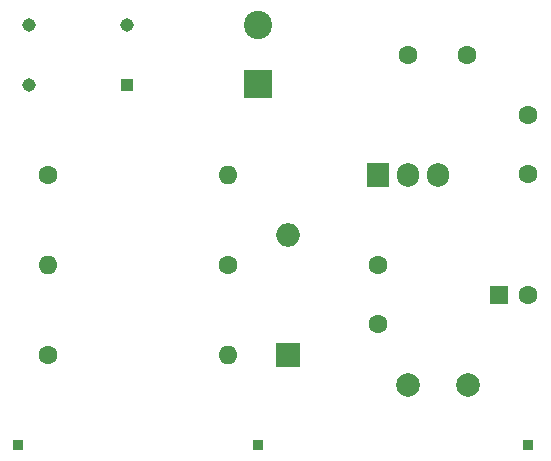
<source format=gbr>
%TF.GenerationSoftware,KiCad,Pcbnew,7.0.10*%
%TF.CreationDate,2024-02-08T23:12:59+01:00*%
%TF.ProjectId,dag-supply,6461672d-7375-4707-906c-792e6b696361,rev?*%
%TF.SameCoordinates,Original*%
%TF.FileFunction,Copper,L2,Bot*%
%TF.FilePolarity,Positive*%
%FSLAX46Y46*%
G04 Gerber Fmt 4.6, Leading zero omitted, Abs format (unit mm)*
G04 Created by KiCad (PCBNEW 7.0.10) date 2024-02-08 23:12:59*
%MOMM*%
%LPD*%
G01*
G04 APERTURE LIST*
%TA.AperFunction,ComponentPad*%
%ADD10R,2.400000X2.400000*%
%TD*%
%TA.AperFunction,ComponentPad*%
%ADD11C,2.400000*%
%TD*%
%TA.AperFunction,ComponentPad*%
%ADD12C,1.600000*%
%TD*%
%TA.AperFunction,ComponentPad*%
%ADD13O,1.600000X1.600000*%
%TD*%
%TA.AperFunction,ComponentPad*%
%ADD14R,1.600000X1.600000*%
%TD*%
%TA.AperFunction,ComponentPad*%
%ADD15R,1.905000X2.000000*%
%TD*%
%TA.AperFunction,ComponentPad*%
%ADD16O,1.905000X2.000000*%
%TD*%
%TA.AperFunction,ComponentPad*%
%ADD17R,0.850000X0.850000*%
%TD*%
%TA.AperFunction,ComponentPad*%
%ADD18R,2.000000X2.000000*%
%TD*%
%TA.AperFunction,ComponentPad*%
%ADD19O,2.000000X2.000000*%
%TD*%
%TA.AperFunction,ComponentPad*%
%ADD20R,1.140000X1.140000*%
%TD*%
%TA.AperFunction,ComponentPad*%
%ADD21C,1.140000*%
%TD*%
%TA.AperFunction,ViaPad*%
%ADD22C,2.000000*%
%TD*%
G04 APERTURE END LIST*
D10*
%TO.P,C1,1*%
%TO.N,+12V*%
X73660000Y-53260000D03*
D11*
%TO.P,C1,2*%
%TO.N,GND*%
X73660000Y-48260000D03*
%TD*%
D12*
%TO.P,R3,1*%
%TO.N,Net-(R2-Pad2)*%
X55880000Y-76200000D03*
D13*
%TO.P,R3,2*%
%TO.N,+9V*%
X71120000Y-76200000D03*
%TD*%
D12*
%TO.P,C3,1*%
%TO.N,+5V*%
X96520000Y-60880000D03*
%TO.P,C3,2*%
%TO.N,GND*%
X96520000Y-55880000D03*
%TD*%
%TO.P,C5,1*%
%TO.N,+9V*%
X83820000Y-73580000D03*
%TO.P,C5,2*%
%TO.N,GND*%
X83820000Y-68580000D03*
%TD*%
D14*
%TO.P,C4,1*%
%TO.N,+5V*%
X94020000Y-71120000D03*
D12*
%TO.P,C4,2*%
%TO.N,GND*%
X96520000Y-71120000D03*
%TD*%
D15*
%TO.P,U1,1,VI*%
%TO.N,+12V*%
X83820000Y-60960000D03*
D16*
%TO.P,U1,2,GND*%
%TO.N,GND*%
X86360000Y-60960000D03*
%TO.P,U1,3,VO*%
%TO.N,+5V*%
X88900000Y-60960000D03*
%TD*%
D17*
%TO.P,J2,1,Pin_1*%
%TO.N,+5V*%
X96520000Y-83820000D03*
%TD*%
%TO.P,J1,1,Pin_1*%
%TO.N,+9V*%
X73660000Y-83820000D03*
%TD*%
D12*
%TO.P,C2,1*%
%TO.N,+12V*%
X86360000Y-50800000D03*
%TO.P,C2,2*%
%TO.N,GND*%
X91360000Y-50800000D03*
%TD*%
%TO.P,R2,1*%
%TO.N,Net-(R1-Pad2)*%
X71120000Y-68580000D03*
D13*
%TO.P,R2,2*%
%TO.N,Net-(R2-Pad2)*%
X55880000Y-68580000D03*
%TD*%
D18*
%TO.P,D1,1,K*%
%TO.N,+9V*%
X76200000Y-76200000D03*
D19*
%TO.P,D1,2,A*%
%TO.N,GND*%
X76200000Y-66040000D03*
%TD*%
D12*
%TO.P,R1,1*%
%TO.N,+12V*%
X55880000Y-60960000D03*
D13*
%TO.P,R1,2*%
%TO.N,Net-(R1-Pad2)*%
X71120000Y-60960000D03*
%TD*%
D17*
%TO.P,J3,1,Pin_1*%
%TO.N,+12V*%
X53340000Y-83820000D03*
%TD*%
D20*
%TO.P,BR1,1*%
%TO.N,+12V*%
X62545000Y-53350000D03*
D21*
%TO.P,BR1,2*%
%TO.N,GND*%
X62545000Y-48250000D03*
%TO.P,BR1,3*%
%TO.N,VAC*%
X54295000Y-48250000D03*
%TO.P,BR1,4*%
X54295000Y-53350000D03*
%TD*%
D22*
%TO.N,GND*%
X91440000Y-78740000D03*
X86360000Y-78740000D03*
%TD*%
M02*

</source>
